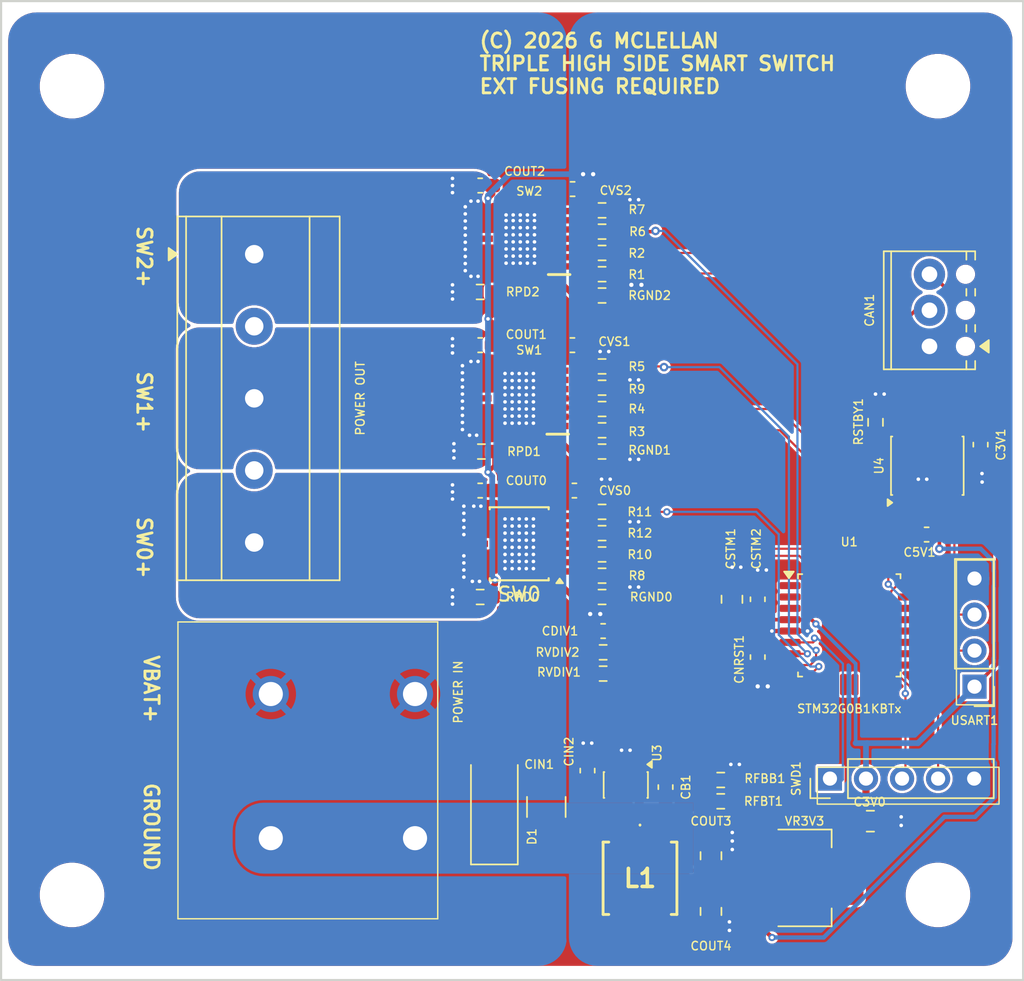
<source format=kicad_pcb>
(kicad_pcb (version 20241229) (generator "pcbnew") (generator_version "9.0")
  (layers (0 "F.Cu" signal) (2 "B.Cu" signal) (13 "F.Paste" user) (15 "B.Paste" user) (5 "F.SilkS" user "F.Silkscreen") (7 "B.SilkS" user "B.Silkscreen") (1 "F.Mask" user) (3 "B.Mask" user) (25 "Edge.Cuts" user))
  (net 0 "")
  (net 1 "GND")
  (net 2 "+3.3V")
  (net 3 "+12V")
  (net 4 "+5V")
  (net 5 "Net-(U4-STBY)")
  (net 6 "/SW1OUT")
  (net 7 "/SW1IS_PD")
  (net 8 "/SW1IN")
  (net 9 "/SW2OUT")
  (net 10 "/SW2IN")
  (net 11 "/SW1IS")
  (net 13 "/CAN1_RX")
  (net 14 "/USART1_RX")
  (net 16 "/VS")
  (net 19 "/CAN1_TX")
  (net 28 "/USART1_TX")
  (net 30 "/CAN_H")
  (net 31 "/CAN_L")
  (net 32 "/SWCLK")
  (net 33 "/SWDIO")
  (net 34 "/NRST")
  (net 35 "/SW2IS_PD")
  (net 36 "Net-(SW2-IN)")
  (net 37 "Net-(SW2-DEN)")
  (net 38 "Net-(SW1-IN)")
  (net 39 "Net-(SW1-DEN)")
  (net 40 "Net-(SW1-GND)")
  (net 41 "Net-(SW2-GND)")
  (net 50 "/SW2IS")
  (net 51 "/SW2DEN")
  (net 52 "/SW1DEN")
  (net 53 "/SW0OUT")
  (net 56 "Net-(SW0-IN)")
  (net 57 "/SW0IN")
  (net 58 "/SW0DEN")
  (net 59 "Net-(SW0-DEN)")
  (net 60 "/SW0IS")
  (net 61 "/SW0IS_PD")
  (net 62 "Net-(SW0-GND)")
  (net 67 "/CB")
  (net 68 "/SW")
  (net 69 "/FB")
  (footprint "TerminalBlock_Phoenix:TerminalBlock_Phoenix_MKDS-3-5-5.08_1x05_P5.08mm_Horizontal" (layer "F.Cu") (at 83.023639 46.04 -90)
    (property "Reference" "J3" (hide yes))
    (property "Value" "POWER OUT")
  )
  (footprint "Resistor_SMD:R_0603_1608Metric_Pad0.98x0.95mm_HandSolder" (layer "F.Cu") (at 107.528639 58.45 180)
    (property "Reference" "R3")
    (property "Value" "4K7" (hide yes))
  )
  (footprint "Resistor_SMD:R_0603_1608Metric_Pad0.98x0.95mm_HandSolder" (layer "F.Cu") (at 98.941139 70.2 180)
    (property "Reference" "RPD0")
    (property "Value" "47K" (hide yes))
  )
  (footprint "Capacitor_SMD:C_0603_1608Metric_Pad1.08x0.95mm_HandSolder" (layer "F.Cu") (at 105.453639 41.45)
    (property "Reference" "CVS2")
    (property "Value" "68n" (hide yes))
  )
  (footprint "Capacitor_SMD:C_0603_1608Metric_Pad1.08x0.95mm_HandSolder" (layer "F.Cu") (at 112 83.6 -90)
    (property "Reference" "CB1")
    (property "Value" "100n" (hide yes))
  )
  (footprint "Capacitor_SMD:C_0805_2012Metric_Pad1.18x1.45mm_HandSolder" (layer "F.Cu") (at 116.678639 70.3625 90)
    (property "Reference" "CSTM1")
    (property "Value" "4u7" (hide yes))
  )
  (footprint "Resistor_SMD:R_0603_1608Metric_Pad0.98x0.95mm_HandSolder" (layer "F.Cu") (at 107.603639 74.1)
    (property "Reference" "RVDIV2")
    (property "Value" "1K0" (hide yes))
  )
  (footprint "SamacSys_Parts:VP0265840000G" (layer "F.Cu") (at 84.191139 77.04 -90)
    (property "Reference" "J4" (hide yes))
    (property "Value" "POWER IN")
  )
  (footprint "Resistor_SMD:R_0603_1608Metric_Pad0.98x0.95mm_HandSolder" (layer "F.Cu") (at 115.8875 83.1 180)
    (property "Reference" "RFBB1")
    (property "Value" "22K1" (hide yes))
  )
  (footprint "Resistor_SMD:R_0603_1608Metric_Pad0.98x0.95mm_HandSolder" (layer "F.Cu") (at 107.528639 56.95 180)
    (property "Reference" "R4")
    (property "Value" "4K7" (hide yes))
  )
  (footprint "Capacitor_SMD:C_0603_1608Metric_Pad1.08x0.95mm_HandSolder" (layer "F.Cu") (at 98.941139 52.45)
    (property "Reference" "COUT1")
    (property "Value" "10n" (hide yes))
  )
  (footprint "Resistor_SMD:R_0603_1608Metric_Pad0.98x0.95mm_HandSolder" (layer "F.Cu") (at 99.028639 59.95 180)
    (property "Reference" "RPD1")
    (property "Value" "47K" (hide yes))
  )
  (footprint "Package_QFP:LQFP-32_7x7mm_P0.8mm" (layer "F.Cu") (at 124.941139 72.2)
    (property "Reference" "U1")
    (property "Value" "STM32G0B1KBTx")
  )
  (footprint "Capacitor_SMD:C_0603_1608Metric_Pad1.08x0.95mm_HandSolder" (layer "F.Cu") (at 118.491139 70.3625 90)
    (property "Reference" "CSTM2")
    (property "Value" "100n" (hide yes))
  )
  (footprint "Resistor_SMD:R_0603_1608Metric_Pad0.98x0.95mm_HandSolder" (layer "F.Cu") (at 107.603639 75.6 180)
    (property "Reference" "RVDIV1")
    (property "Value" "4K7" (hide yes))
  )
  (footprint "Capacitor_SMD:C_0603_1608Metric_Pad1.08x0.95mm_HandSolder" (layer "F.Cu") (at 107.603639 72.6 180)
    (property "Reference" "CDIV1")
    (property "Value" "100n" (hide yes))
  )
  (footprint "MountingHole:MountingHole_4.3mm_M4" (layer "F.Cu") (at 131.191139 91.2)
    (property "Reference" "H4" (hide yes))
    (property "Value" "M4 4.3mm" (hide yes))
  )
  (footprint "Capacitor_SMD:C_0603_1608Metric_Pad1.08x0.95mm_HandSolder" (layer "F.Cu") (at 106.5 82.4375 90)
    (property "Reference" "CIN2")
    (property "Value" "100n" (hide yes))
  )
  (footprint "Resistor_SMD:R_0603_1608Metric_Pad0.98x0.95mm_HandSolder" (layer "F.Cu") (at 107.528639 65.7 180)
    (property "Reference" "R12")
    (property "Value" "1K0" (hide yes))
  )
  (footprint "PCM_SparkFun-Semiconductor-Standard:SOT-223-3_TabPin2" (layer "F.Cu") (at 121.791139 90)
    (property "Reference" "VR3V3")
    (property "Value" "NCV1117ST33" (hide yes))
  )
  (footprint "Resistor_SMD:R_0603_1608Metric_Pad0.98x0.95mm_HandSolder" (layer "F.Cu") (at 126.791139 57.8875 -90)
    (property "Reference" "RSTBY1")
    (property "Value" "10K" (hide yes))
  )
  (footprint "Capacitor_SMD:C_0603_1608Metric_Pad1.08x0.95mm_HandSolder" (layer "F.Cu") (at 105.578639 62.7)
    (property "Reference" "CVS0")
    (property "Value" "68n" (hide yes))
  )
  (footprint "TerminalBlock_Phoenix:TerminalBlock_Phoenix_MPT-0,5-3-2.54_1x03_P2.54mm_Horizontal" (layer "F.Cu") (at 130.591139 52.535 90)
    (property "Reference" "CAN1")
    (property "Value" "G H L")
  )
  (footprint "Resistor_SMD:R_0603_1608Metric_Pad0.98x0.95mm_HandSolder" (layer "F.Cu") (at 107.528639 68.7 180)
    (property "Reference" "R8")
    (property "Value" "4K7" (hide yes))
  )
  (footprint "Resistor_SMD:R_0603_1608Metric_Pad0.98x0.95mm_HandSolder" (layer "F.Cu") (at 107.528639 64.2 180)
    (property "Reference" "R11")
    (property "Value" "10K" (hide yes))
  )
  (footprint "Resistor_SMD:R_0603_1608Metric_Pad0.98x0.95mm_HandSolder" (layer "F.Cu") (at 107.528639 70.2)
    (property "Reference" "RGND0")
    (property "Value" "47R" (hide yes))
  )
  (footprint "SamacSys_Parts:SRP5030HMT2R2M" (layer "F.Cu") (at 110.2 90.025 180)
    (property "Reference" "L1")
    (property "Value" "8.2 uH 55.2 mOhm" (hide yes))
  )
  (footprint "Capacitor_SMD:C_0603_1608Metric_Pad1.08x0.95mm_HandSolder" (layer "F.Cu") (at 118.491139 74.4375 -90)
    (property "Reference" "CNRST1")
    (property "Value" "100n" (hide yes))
  )
  (footprint "Resistor_SMD:R_0603_1608Metric_Pad0.98x0.95mm_HandSolder" (layer "F.Cu") (at 107.528639 42.95 180)
    (property "Reference" "R7")
    (property "Value" "1K0" (hide yes))
  )
  (footprint "MountingHole:MountingHole_4.3mm_M4" (layer "F.Cu") (at 70.191139 34.2)
    (property "Reference" "H1" (hide yes))
    (property "Value" "M4 4.3mm" (hide yes))
  )
  (footprint "SamacSys_Parts:SOP65P600X115-15N" (layer "F.Cu") (at 101.791139 44.95 180)
    (property "Reference" "SW2")
    (property "Value" "BTS7002-1EPP" (hide yes))
  )
  (footprint "Package_SO:SOIC-8_3.9x4.9mm_P1.27mm" (layer "F.Cu") (at 130.441139 60.95 90)
    (property "Reference" "U4")
    (property "Value" "MCP2562-E-SN" (hide yes))
  )
  (footprint "Resistor_SMD:R_0603_1608Metric_Pad0.98x0.95mm_HandSolder" (layer "F.Cu") (at 98.941139 48.7 180)
    (property "Reference" "RPD2")
    (property "Value" "47K" (hide yes))
  )
  (footprint "Connector_PinHeader_2.54mm:PinHeader_1x04_P2.54mm_Vertical" (layer "F.Cu") (at 133.764139 76.52 180)
    (property "Reference" "USART1")
    (property "Value" "3V3 TX RX GND")
  )
  (footprint "Resistor_SMD:R_0603_1608Metric_Pad0.98x0.95mm_HandSolder" (layer "F.Cu") (at 107.528639 44.45 180)
    (property "Reference" "R6")
    (property "Value" "10K" (hide yes))
  )
  (footprint "Capacitor_SMD:C_0603_1608Metric_Pad1.08x0.95mm_HandSolder" (layer "F.Cu") (at 134.191139 59.4625 -90)
    (property "Reference" "C3V1")
    (property "Value" "100n" (hide yes))
  )
  (footprint "Capacitor_SMD:C_0805_2012Metric_Pad1.18x1.45mm_HandSolder" (layer "F.Cu") (at 115.2 92.3625 -90)
    (property "Reference" "COUT4")
    (property "Value" "10u" (hide yes))
  )
  (footprint "Resistor_SMD:R_0603_1608Metric_Pad0.98x0.95mm_HandSolder" (layer "F.Cu") (at 107.528639 47.45 180)
    (property "Reference" "R1")
    (property "Value" "4K7" (hide yes))
  )
  (footprint "MountingHole:MountingHole_4.3mm_M4" (layer "F.Cu") (at 70.191139 91.2)
    (property "Reference" "H2" (hide yes))
    (property "Value" "M4 4.3mm" (hide yes))
  )
  (footprint "Diode_SMD:D_SMA_Handsoldering" (layer "F.Cu") (at 99.941139 84.54 90)
    (property "Reference" "D1")
    (property "Value" "33V" (hide yes))
  )
  (footprint "SamacSys_Parts:SOP65P600X115-15N" (layer "F.Cu") (at 101.691139 56.2 180)
    (property "Reference" "SW1")
    (property "Value" "BTS7002-1EPP" (hide yes))
  )
  (footprint "Package_SO:Infineon_PG-TSDSO-14-22" (layer "F.Cu") (at 101.691139 66.45 180)
    (property "Reference" "SW0")
    (property "Value" "BTS7002-1EPP")
  )
  (footprint "Resistor_SMD:R_0603_1608Metric_Pad0.98x0.95mm_HandSolder" (layer "F.Cu") (at 115.8875 84.6 180)
    (property "Reference" "RFBT1")
    (property "Value" "115K" (hide yes))
  )
  (footprint "Resistor_SMD:R_0603_1608Metric_Pad0.98x0.95mm_HandSolder" (layer "F.Cu") (at 107.528639 53.95 180)
    (property "Reference" "R5")
    (property "Value" "10K" (hide yes))
  )
  (footprint "Capacitor_SMD:C_0603_1608Metric_Pad1.08x0.95mm_HandSolder" (layer "F.Cu") (at 105.441139 52.45)
    (property "Reference" "CVS1")
    (property "Value" "68n" (hide yes))
  )
  (footprint "Resistor_SMD:R_0603_1608Metric_Pad0.98x0.95mm_HandSolder" (layer "F.Cu") (at 107.528639 67.2 180)
    (property "Reference" "R10")
    (property "Value" "4K7" (hide yes))
  )
  (footprint "Capacitor_SMD:C_0603_1608Metric_Pad1.08x0.95mm_HandSolder" (layer "F.Cu") (at 130.391139 65.8 180)
    (property "Reference" "C5V1")
    (property "Value" "100n" (hide yes))
  )
  (footprint "Resistor_SMD:R_0603_1608Metric_Pad0.98x0.95mm_HandSolder" (layer "F.Cu") (at 107.528639 48.95)
    (property "Reference" "RGND2")
    (property "Value" "47R" (hide yes))
  )
  (footprint "Capacitor_SMD:C_0603_1608Metric_Pad1.08x0.95mm_HandSolder" (layer "F.Cu") (at 98.941139 62.7)
    (property "Reference" "COUT0")
    (property "Value" "10n" (hide yes))
  )
  (footprint "MountingHole:MountingHole_4.3mm_M4" (layer "F.Cu") (at 131.191139 34.2)
    (property "Reference" "H3" (hide yes))
    (property "Value" "M4 4.3mm" (hide yes))
  )
  (footprint "Capacitor_SMD:C_0805_2012Metric_Pad1.18x1.45mm_HandSolder" (layer "F.Cu") (at 115.2 88.4375 90)
    (property "Reference" "COUT3")
    (property "Value" "10u" (hide yes))
  )
  (footprint "Resistor_SMD:R_0603_1608Metric_Pad0.98x0.95mm_HandSolder" (layer "F.Cu") (at 107.528639 45.95 180)
    (property "Reference" "R2")
    (property "Value" "4K7" (hide yes))
  )
  (footprint "Resistor_SMD:R_0603_1608Metric_Pad0.98x0.95mm_HandSolder" (layer "F.Cu") (at 107.528639 55.45 180)
    (property "Reference" "R9")
    (property "Value" "1K0" (hide yes))
  )
  (footprint "Capacitor_SMD:C_0805_2012Metric_Pad1.18x1.45mm_HandSolder" (layer "F.Cu") (at 126.428639 86)
    (property "Reference" "C3V0")
    (property "Value" "10u" (hide yes))
  )
  (footprint "Capacitor_SMD:C_1210_3225Metric_Pad1.33x2.70mm_HandSolder" (layer "F.Cu") (at 103.6 85 -90)
    (property "Reference" "CIN1")
    (property "Value" "10u" (hide yes))
  )
  (footprint "Resistor_SMD:R_0603_1608Metric_Pad0.98x0.95mm_HandSolder" (layer "F.Cu") (at 107.528639 59.95)
    (property "Reference" "RGND1")
    (property "Value" "47R" (hide yes))
  )
  (footprint "Connector_PinHeader_2.54mm:PinHeader_1x05_P2.54mm_Vertical" (layer "F.Cu") (at 123.58 83 90)
    (property "Reference" "SWD1")
    (property "Value" "RST 3V3 CLK DIO GND")
  )
  (footprint "Capacitor_SMD:C_0603_1608Metric_Pad1.08x0.95mm_HandSolder" (layer "F.Cu") (at 98.941139 41.2)
    (property "Reference" "COUT2")
    (property "Value" "10n" (hide yes))
  )
  (footprint "Package_TO_SOT_SMD:SOT-23-6" (layer "F.Cu") (at 109.2 83.45 -90)
    (property "Reference" "U3")
    (property "Value" "LMR54410" (hide yes))
  )
  (gr_rect (start 122.691139 82.2) (end 135.491139 84.8) (stroke (width 0.1)) (fill no) (layer "F.SilkS"))
  (gr_rect (start 132.491139 67.6) (end 135.091139 77.8) (stroke (width 0.1)) (fill no) (layer "F.SilkS"))
  (gr_rect (start 65.191139 28.2) (end 137.191139 97.2) (stroke (width 0.1524)) (fill no) (layer "Edge.Cuts"))
  (gr_text "SW2+" (at 74.691139 43.95 270) (layer "F.SilkS") (effects (font (size 1 1) (thickness 0.2) (bold yes)) (justify left bottom)))
  (gr_text "SW1+" (at 74.691139 54.2 270) (layer "F.SilkS") (effects (font (size 1 1) (thickness 0.2) (bold yes)) (justify left bottom)))
  (gr_text "GROUND" (at 75.191139 83.2 270) (layer "F.SilkS") (effects (font (size 1 1) (thickness 0.2) (bold yes)) (justify left bottom)))
  (gr_text "VBAT+" (at 75.191139 74.2 270) (layer "F.SilkS") (effects (font (size 1 1) (thickness 0.2) (bold yes)) (justify left bottom)))
  (gr_text "(C) 2026 G MCLELLAN\nTRIPLE HIGH SIDE SMART SWITCH\nEXT FUSING REQUIRED" (at 98.791139 34.8 0) (layer "F.SilkS") (effects (font (size 1 1) (thickness 0.2) (bold yes)) (justify left bottom)))
  (gr_text "SW0+" (at 74.691139 64.45 270) (layer "F.SilkS") (effects (font (size 1 1) (thickness 0.2) (bold yes)) (justify left bottom)))
  (segment (start 84.191139 87.2) (end 94.351139 87.2) (width 2) (layer "F.Cu") (net 1))
  (segment (start 109.491139 42.2) (end 110.1 42.2) (width 0.406) (layer "F.Cu") (net 1))
  (segment (start 109.491139 54.9) (end 110.1 54.9) (width 0.406) (layer "F.Cu") (net 1))
  (segment (start 120.766139 72.6) (end 119.491139 72.6) (width 0.305) (layer "F.Cu") (net 1))
  (segment (start 118.491139 69.5) (end 118.491139 68.3) (width 0.254) (layer "F.Cu") (net 1))
  (segment (start 102.9225 87.04) (end 103.4 86.5625) (width 1.25) (layer "F.Cu") (net 1))
  (segment (start 129.806139 64.485) (end 129.806139 63.425) (width 0.254) (layer "F.Cu") (net 1))
  (segment (start 108.441139 59.95) (end 108.941139 59.95) (width 0.406) (layer "F.Cu") (net 1))
  (segment (start 116.6 82) (end 116.8 82) (width 0.406) (layer "F.Cu") (net 1))
  (segment (start 109.491139 69.5) (end 110.1 69.5) (width 0.406) (layer "F.Cu") (net 1))
  (segment (start 109.2 82.3125) (end 109.2 81) (width 0.406) (layer "F.Cu") (net 1))
  (segment (start 99.991139 69) (end 99.991139 69.3) (width 0.406) (layer "F.Cu") (net 1))
  (segment (start 106.191139 40.4) (end 106.9 40.4) (width 0.406) (layer "F.Cu") (net 1))
  (segment (start 116.8 82) (end 117.2 82) (width 0.406) (layer "F.Cu") (net 1))
  (segment (start 109.591139 48.2) (end 110.3 48.2) (width 0.406) (layer "F.Cu") (net 1))
  (segment (start 134.291139 62.091139) (end 134.3 62.1) (width 0.254) (layer "F.Cu") (net 1))
  (segment (start 134.291139 61.5) (end 134.291139 60.425) (width 0.254) (layer "F.Cu") (net 1))
  (segment (start 99.791139 50.9) (end 99.791139 52.4375) (width 0.406) (layer "F.Cu") (net 1))
  (segment (start 116.678639 69.325) (end 116.678639 68.1125) (width 0.254) (layer "F.Cu") (net 1))
  (segment (start 129.806139 61.9) (end 130.4 61.9) (width 0.305) (layer "F.Cu") (net 1))
  (segment (start 109.491139 64.9) (end 110.1 64.9) (width 0.406) (layer "F.Cu") (net 1))
  (segment (start 108.941139 55.45) (end 109.491139 54.9) (width 0.406) (layer "F.Cu") (net 1))
  (segment (start 107.391139 52.9) (end 108 52.9) (width 0.406) (layer "F.Cu") (net 1))
  (segment (start 129.806139 61.9) (end 129.806139 63.425) (width 0.305) (layer "F.Cu") (net 1))
  (segment (start 99.941139 87.04) (end 97.441139 87.04) (width 1.25) (layer "F.Cu") (net 1))
  (segment (start 99.491139 50.6) (end 99.853639 50.2375) (width 0.406) (layer "F.Cu") (net 1))
  (segment (start 106.691139 62.7) (end 107.491139 61.9) (width 0.406) (layer "F.Cu") (net 1))
  (segment (start 118.491139 76.5) (end 119.2 76.5) (width 0.254) (layer "F.Cu") (net 1))
  (segment (start 99.491139 50.6) (end 99.791139 50.9) (width 0.406) (layer "F.Cu") (net 1))
  (segment (start 119.1 68.3) (end 118.491139 68.3) (width 0.254) (layer "F.Cu") (net 1))
  (segment (start 109.2 81) (end 109.5 81) (width 0.406) (layer "F.Cu") (net 1))
  (segment (start 99.941139 59.95) (end 99.941139 60.95) (width 0.305) (layer "F.Cu") (net 1))
  (segment (start 108.941139 59.95) (end 109.491139 60.5) (width 0.406) (layer "F.Cu") (net 1))
  (segment (start 116.678639 68.1125) (end 116.691139 68.1) (width 0.254) (layer "F.Cu") (net 1))
  (segment (start 134.291139 61.5) (end 134.291139 62.091139) (width 0.254) (layer "F.Cu") (net 1))
  (segment (start 116.5 93.4) (end 116.5 93.1) (width 0.406) (layer "F.Cu") (net 1))
  (segment (start 109.491139 60.5) (end 110.1 60.5) (width 0.406) (layer "F.Cu") (net 1))
  (segment (start 107.491139 61.9) (end 108.1 61.9) (width 0.406) (layer "F.Cu") (net 1))
  (segment (start 106.691139 71.4) (end 107.4 71.4) (width 0.305) (layer "F.Cu") (net 1))
  (segment (start 106.941139 52.45) (end 107.391139 52.9) (width 0.406) (layer "F.Cu") (net 1))
  (segment (start 97.441139 87.04) (end 94.511139 87.04) (width 1.25) (layer "F.Cu") (net 1))
  (segment (start 99.491139 61.4) (end 99.791139 61.7) (width 0.305) (layer "F.Cu") (net 1))
  (segment (start 118.491139 75.3) (end 118.491139 76.5) (width 0.254) (layer "F.Cu") (net 1))
  (segment (start 126.791139 56.975) (end 126.791139 55.9) (width 0.254) (layer "F.Cu") (net 1))
  (segment (start 99.853639 50.2375) (end 99.853639 48.7) (width 0.406) (layer "F.Cu") (net 1))
  (segment (start 99.791139 69.5) (end 99.791139 70.1375) (width 0.406) (layer "F.Cu") (net 1))
  (segment (start 128.6 86.3) (end 128.6 86) (width 0.406) (layer "F.Cu") (net 1))
  (segment (start 108.791139 70.2) (end 109.491139 69.5) (width 0.406) (layer "F.Cu") (net 1))
  (segment (start 99.803639 41.7875) (end 99.491139 42.1) (width 0.406) (layer "F.Cu") (net 1))
  (segment (start 129.528639 65.8) (end 129.528639 64.7625) (width 0.254) (layer "F.Cu") (net 1))
  (segment (start 106.741139 72.6) (end 106.741139 71.45) (width 0.305) (layer "F.Cu") (net 1))
  (segment (start 108.691139 65.7) (end 109.491139 64.9) (width 0.406) (layer "F.Cu") (net 1))
  (segment (start 117.3 68.1) (end 116.691139 68.1) (width 0.254) (layer "F.Cu") (net 1))
  (segment (start 116.7 88) (end 116.7 87.4) (width 0.406) (layer "F.Cu") (net 1))
  (segment (start 106.5 80.5) (end 106.8 80.5) (width 0.406) (layer "F.Cu") (net 1))
  (segment (start 109.591139 48.4) (end 109.041139 48.95) (width 0.406) (layer "F.Cu") (net 1))
  (segment (start 108.441139 70.2) (end 108.791139 70.2) (width 0.406) (layer "F.Cu") (net 1))
  (segment (start 129.528639 64.7625) (end 129.806139 64.485) (width 0.254) (layer "F.Cu") (net 1))
  (segment (start 116.7 86.8) (end 116.7 87.4) (width 0.406) (layer "F.Cu") (net 1))
  (segment (start 108.441139 55.45) (end 108.941139 55.45) (width 0.406) (layer "F.Cu") (net 1))
  (segment (start 109.591139 48.2) (end 109.591139 48.4) (width 0.406) (layer "F.Cu") (net 1))
  (segment (start 106.5 81.575) (end 106.5 80.5) (width 0.406) (layer "F.Cu") (net 1))
  (segment (start 106.303639 52.45) (end 106.941139 52.45) (width 0.406) (layer "F.Cu") (net 1))
  (segment (start 115.2 93.4) (end 116.5 93.4) (width 0.406) (layer "F.Cu") (net 1))
  (segment (start 99.941139 60.95) (end 99.491139 61.4) (width 0.305) (layer "F.Cu") (net 1))
  (segment (start 106.691139 74.1) (end 106.691139 72.65) (width 0.305) (layer "F.Cu") (net 1))
  (segment (start 99.941139 87.04) (end 102.9225 87.04) (width 1.25) (layer "F.Cu") (net 1))
  (segment (start 116.5 93.7) (end 116.5 93.4) (width 0.406) (layer "F.Cu") (net 1))
  (segment (start 116.8 83.1) (end 116.8 82) (width 0.406) (layer "F.Cu") (net 1))
  (segment (start 128.6 86) (end 128.6 85.7) (width 0.406) (layer "F.Cu") (net 1))
  (segment (start 115.2 87.4) (end 118.341139 87.4) (width 0.406) (layer "F.Cu") (net 1))
  (segment (start 106.2 80.5) (end 106.5 80.5) (width 0.406) (layer "F.Cu") (net 1))
  (segment (start 99.791139 61.7) (end 99.791139 62.6875) (width 0.305) (layer "F.Cu") (net 1))
  (segment (start 106.191139 40.4) (end 106.191139 41.475) (width 0.406) (layer "F.Cu") (net 1))
  (segment (start 126.791139 55.9) (end 127.4 55.9) (width 0.254) (layer "F.Cu") (net 1))
  (segment (start 106.741139 71.45) (end 106.691139 71.4) (width 0.305) (layer "F.Cu") (net 1))
  (segment (start 109.041139 48.95) (end 108.441139 48.95) (width 0.406) (layer "F.Cu") (net 1))
  (segment (start 122 72.6) (end 120.766139 72.6) (width 0.305) (layer "F.Cu") (net 1))
  (segment (start 108.9 81) (end 109.2 81) (width 0.406) (layer "F.Cu") (net 1))
  (segment (start 109.191139 42.2) (end 108.441139 42.95) (width 0.406) (layer "F.Cu") (net 1))
  (segment (start 127.466139 86) (end 128.6 86) (width 0.406) (layer "F.Cu") (net 1))
  (segment (start 99.991139 69.3) (end 99.791139 69.5) (width 0.406) (layer "F.Cu") (net 1))
  (segment (start 99.803639 41.2) (end 99.803639 41.7875) (width 0.406) (layer "F.Cu") (net 1))
  (segment (start 109.491139 42.2) (end 109.191139 42.2) (width 0.406) (layer "F.Cu") (net 1))
  (via (at 106.8 80.5) (size 0.508) (drill 0.254) (layers "F.Cu" "B.Cu") (net 1))
  (via (at 116.7 88) (size 0.508) (drill 0.254) (layers "F.Cu" "B.Cu") (net 1))
  (via (at 118.491139 68.3) (size 0.508) (drill 0.254) (layers "F.Cu" "B.Cu") (net 1))
  (via (at 107.4 71.4) (size 0.6) (drill 0.3) (layers "F.Cu" "B.Cu") (net 1))
  (via (at 128.6 85.7) (size 0.508) (drill 0.254) (layers "F.Cu" "B.Cu") (net 1))
  (via (at 116.6 82) (size 0.508) (drill 0.254) (layers "F.Cu" "B.Cu") (net 1))
  (via (at 106.2 80.5) (size 0.508) (drill 0.254) (layers "F.Cu" "B.Cu") (net 1))
  (via (at 99.491139 42.1) (size 0.508) (drill 0.254) (layers "F.Cu" "B.Cu") (net 1))
  (via (at 116.7 87.4) (size 0.508) (drill 0.254) (layers "F.Cu" "B.Cu") (net 1))
  (via (at 110.1 64.9) (size 0.508) (drill 0.254) (layers "F.Cu" "B.Cu") (net 1))
  (via (at 128.6 86.3) (size 0.508) (drill 0.254) (layers "F.Cu" "B.Cu") (net 1))
  (via (at 109.5 81) (size 0.508) (drill 0.254) (layers "F.Cu" "B.Cu") (net 1))
  (via (at 99.991139 69) (size 0.508) (drill 0.254) (layers "F.Cu" "B.Cu") (net 1))
  (via (at 130.4 61.9) (size 0.508) (drill 0.254) (layers "F.Cu" "B.Cu") (net 1))
  (via (at 108.1 61.9) (size 0.508) (drill 0.254) (layers "F.Cu" "B.Cu") (net 1))
  (via (at 108.9 81) (size 0.508) (drill 0.254) (layers "F.Cu" "B.Cu") (net 1))
  (via (at 106.191139 40.4) (size 0.6) (drill 0.3) (layers "F.Cu" "B.Cu") (net 1))
  (via (at 110.1 42.2) (size 0.508) (drill 0.254) (layers "F.Cu" "B.Cu") (net 1))
  (via (at 119.1 68.3) (size 0.508) (drill 0.254) (layers "F.Cu" "B.Cu") (net 1))
  (via (at 119.491139 72.6) (size 0.508) (drill 0.254) (layers "F.Cu" "B.Cu") (net 1))
  (via (at 110.1 54.9) (size 0.508) (drill 0.254) (layers "F.Cu" "B.Cu") (net 1))
  (via (at 122 72.6) (size 0.508) (drill 0.254) (layers "F.Cu" "B.Cu") (net 1))
  (via (at 118.491139 76.5) (size 0.6) (drill 0.3) (layers "F.Cu" "B.Cu") (net 1))
  (via (at 116.5 93.1) (size 0.508) (drill 0.254) (layers "F.Cu" "B.Cu") (net 1))
  (via (at 109.491139 69.5) (size 0.508) (drill 0.254) (layers "F.Cu" "B.Cu") (net 1))
  (via (at 107.491139 61.9) (size 0.508) (drill 0.254) (layers "F.Cu" "B.Cu") (net 1))
  (via (at 99.491139 50.6) (size 0.508) (drill 0.254) (layers "F.Cu" "B.Cu") (net 1))
  (via (at 116.7 86.8) (size 0.508) (drill 0.254) (layers "F.Cu" "B.Cu") (net 1))
  (via (at 110.1 69.5) (size 0.508) (drill 0.254) (layers "F.Cu" "B.Cu") (net 1))
  (via (at 108 52.9) (size 0.508) (drill 0.254) (layers "F.Cu" "B.Cu") (net 1))
  (via (at 107.391139 52.9) (size 0.508) (drill 0.254) (layers "F.Cu" "B.Cu") (net 1))
  (via (at 106.691139 71.4) (size 0.6) (drill 0.3) (layers "F.Cu" "B.Cu") (net 1))
  (via (at 134.3 62.1) (size 0.508) (drill 0.254) (layers "F.Cu" "B.Cu") (net 1))
  (via (at 109.491139 64.9) (size 0.508) (drill 0.254) (layers "F.Cu" "B.Cu") (net 1))
  (via (at 117.3 68.1) (size 0.508) (drill 0.254) (layers "F.Cu" "B.Cu") (net 1))
  (via (at 119.2 76.5) (size 0.6) (drill 0.3) (layers "F.Cu" "B.Cu") (net 1))
  (via (at 99.491139 61.4) (size 0.508) (drill 0.254) (layers "F.Cu" "B.Cu") (net 1))
  (via (at 134.291139 61.5) (size 0.508) (drill 0.254) (layers "F.Cu" "B.Cu") (net 1))
  (via (at 117.2 82) (size 0.508) (drill 0.254) (layers "F.Cu" "B.Cu") (net 1))
  (via (at 106.9 40.4) (size 0.6) (drill 0.3) (layers "F.Cu" "B.Cu") (net 1))
  (via (at 126.791139 55.9) (size 0.508) (drill 0.254) (layers "F.Cu" "B.Cu") (net 1))
  (via (at 110.3 48.2) (size 0.6) (drill 0.3) (layers "F.Cu" "B.Cu") (net 1))
  (via (at 109.591139 48.2) (size 0.6) (drill 0.3) (layers "F.Cu" "B.Cu") (net 1))
  (via (at 116.691139 68.1) (size 0.508) (drill 0.254) (layers "F.Cu" "B.Cu") (net 1))
  (via (at 109.491139 54.9) (size 0.508) (drill 0.254) (layers "F.Cu" "B.Cu") (net 1))
  (via (at 129.806139 61.9) (size 0.508) (drill 0.254) (layers "F.Cu" "B.Cu") (net 1))
  (via (at 127.4 55.9) (size 0.508) (drill 0.254) (layers "F.Cu" "B.Cu") (net 1))
  (via (at 110.1 60.5) (size 0.508) (drill 0.254) (layers "F.Cu" "B.Cu") (net 1))
  (via (at 116.5 93.7) (size 0.508) (drill 0.254) (layers "F.Cu" "B.Cu") (net 1))
  (via (at 109.491139 60.5) (size 0.508) (drill 0.254) (layers "F.Cu" "B.Cu") (net 1))
  (via (at 109.491139 42.2) (size 0.508) (drill 0.254) (layers "F.Cu" "B.Cu") (net 1))
  (segment (start 99.791139 68.8) (end 99.791139 61.7) (width 0.406) (layer "B.Cu") (net 1))
  (segment (start 99.491139 61.4) (end 99.491139 50.6) (width 0.406) (layer "B.Cu") (net 1))
  (segment (start 99.991139 69) (end 99.791139 68.8) (width 0.406) (layer "B.Cu") (net 1))
  (segment (start 99.491139 41.9) (end 100.991139 40.4) (width 0.406) (layer "B.Cu") (net 1))
  (segment (start 99.491139 42.1) (end 99.491139 41.9) (width 0.406) (layer "B.Cu") (net 1))
  (segment (start 99.491139 50.6) (end 99.491139 42.1) (width 0.406) (layer "B.Cu") (net 1))
  (segment (start 99.791139 61.7) (end 99.491139 61.4) (width 0.406) (layer "B.Cu") (net 1))
  (segment (start 100.991139 40.4) (end 106.191139 40.4) (width 0.406) (layer "B.Cu") (net 1))
  (segment (start 119.691139 71.8) (end 119.116139 71.225) (width 0.254) (layer "F.Cu") (net 2))
  (segment (start 120.766139 71.8) (end 122.291139 71.8) (width 0.254) (layer "F.Cu") (net 2))
  (segment (start 120.766139 71.8) (end 119.691139 71.8) (width 0.254) (layer "F.Cu") (net 2))
  (segment (start 135.391139 59.2) (end 135.391139 74.893) (width 0.254) (layer "F.Cu") (net 2))
  (segment (start 124.941139 90) (end 124.941139 86.45) (width 0.508) (layer "F.Cu") (net 2))
  (segment (start 134.791139 58.6) (end 135.391139 59.2) (width 0.254) (layer "F.Cu") (net 2))
  (segment (start 134.191139 58.6) (end 134.791139 58.6) (width 0.254) (layer "F.Cu") (net 2))
  (segment (start 134.191139 58.6) (end 132.471139 58.6) (width 0.254) (layer "F.Cu") (net 2))
  (segment (start 126.12 84.105139) (end 126.12 83) (width 0.508) (layer "F.Cu") (net 2))
  (segment (start 118.641139 90) (end 124.941139 90) (width 0.8128) (layer "F.Cu") (net 2))
  (segment (start 125.391139 86) (end 125.391139 84.834) (width 0.508) (layer "F.Cu") (net 2))
  (segment (start 124.941139 86.45) (end 125.391139 86) (width 0.508) (layer "F.Cu") (net 2))
  (segment (start 122.291139 71.8) (end 122.591139 72.1) (width 0.254) (layer "F.Cu") (net 2))
  (segment (start 125.391139 84.834) (end 126.12 84.105139) (width 0.508) (layer "F.Cu") (net 2))
  (segment (start 118.491139 71.225) (end 116.853639 71.225) (width 0.254) (layer "F.Cu") (net 2))
  (segment (start 119.116139 71.225) (end 118.491139 71.225) (width 0.254) (layer "F.Cu") (net 2))
  (segment (start 135.391139 74.893) (end 133.764139 76.52) (width 0.254) (layer "F.Cu") (net 2))
  (via (at 122.591139 72.1) (size 0.508) (drill 0.254) (layers "F.Cu" "B.Cu") (net 2))
  (segment (start 129.784139 80.5) (end 126.2 80.5) (width 0.406) (layer "B.Cu") (net 2))
  (segment (start 122.591139 72.1) (end 125.391139 74.9) (width 0.254) (layer "B.Cu") (net 2))
  (segment (start 126.12 83) (end 126.12 80.58) (width 0.406) (layer "B.Cu") (net 2))
  (segment (start 125.391139 74.9) (end 125.391139 80.5) (width 0.254) (layer "B.Cu") (net 2))
  (segment (start 126.12 80.58) (end 126.2 80.5) (width 0.406) (layer "B.Cu") (net 2))
  (segment (start 126.2 80.5) (end 125.391139 80.5) (width 0.406) (layer "B.Cu") (net 2))
  (segment (start 133.764139 76.52) (end 129.784139 80.5) (width 0.406) (layer "B.Cu") (net 2))
  (via (at 100.691139 64.7) (size 0.508) (drill 0.254) (layers "F.Cu" "B.Cu") (net 3))
  (via (at 101.191139 55.95) (size 0.508) (drill 0.254) (layers "F.Cu" "B.Cu") (net 3))
  (via (at 101.191139 56.95) (size 0.508) (drill 0.254) (layers "F.Cu" "B.Cu") (net 3))
  (via (at 102.26617 46.172725) (size 0.508) (drill 0.254) (layers "F.Cu" "B.Cu") (net 3))
  (via (at 100.76617 44.672725) (size 0.508) (drill 0.254) (layers "F.Cu" "B.Cu") (net 3))
  (via (at 102.191139 54.45) (size 0.508) (drill 0.254) (layers "F.Cu" "B.Cu") (net 3))
  (via (at 102.191139 55.45) (size 0.508) (drill 0.254) (layers "F.Cu" "B.Cu") (net 3))
  (via (at 102.191139 65.7) (size 0.508) (drill 0.254) (layers "F.Cu" "B.Cu") (net 3))
  (via (at 101.191139 65.7) (size 0.508) (drill 0.254) (layers "F.Cu" "B.Cu") (net 3))
  (via (at 102.26617 44.672725) (size 0.508) (drill 0.254) (layers "F.Cu" "B.Cu") (net 3))
  (via (at 101.191139 56.45) (size 0.508) (drill 0.254) (layers "F.Cu" "B.Cu") (net 3))
  (via (at 101.76617 44.672725) (size 0.508) (drill 0.254) (layers "F.Cu" "B.Cu") (net 3))
  (via (at 101.691139 55.95) (size 0.508) (drill 0.254) (layers "F.Cu" "B.Cu") (net 3))
  (via (at 101.691139 56.45) (size 0.508) (drill 0.254) (layers "F.Cu" "B.Cu") (net 3))
  (via (at 102.191139 66.7) (size 0.508) (drill 0.254) (layers "F.Cu" "B.Cu") (net 3))
  (via (at 100.691139 56.45) (size 0.508) (drill 0.254) (layers "F.Cu" "B.Cu") (net 3))
  (via (at 102.76617 46.672725) (size 0.508) (drill 0.254) (layers "F.Cu" "B.Cu") (net 3))
  (via (at 102.191139 67.7) (size 0.508) (drill 0.254) (layers "F.Cu" "B.Cu") (net 3))
  (via (at 102.26617 44.172725) (size 0.508) (drill 0.254) (layers "F.Cu" "B.Cu") (net 3))
  (via (at 102.691139 54.45) (size 0.508) (drill 0.254) (layers "F.Cu" "B.Cu") (net 3))
  (via (at 101.691139 64.7) (size 0.508) (drill 0.254) (layers "F.Cu" "B.Cu") (net 3))
  (via (at 102.26617 45.672725) (size 0.508) (drill 0.254) (layers "F.Cu" "B.Cu") (net 3))
  (via (at 100.76617 46.672725) (size 0.508) (drill 0.254) (layers "F.Cu" "B.Cu") (net 3))
  (via (at 101.191139 66.2) (size 0.508) (drill 0.254) (layers "F.Cu" "B.Cu") (net 3))
  (via (at 101.76617 44.172725) (size 0.508) (drill 0.254) (layers "F.Cu" "B.Cu") (net 3))
  (via (at 101.691139 67.7) (size 0.508) (drill 0.254) (layers "F.Cu" "B.Cu") (net 3))
  (via (at 100.76617 45.672725) (size 0.508) (drill 0.254) (layers "F.Cu" "B.Cu") (net 3))
  (via (at 101.26617 45.672725) (size 0.508) (drill 0.254) (layers "F.Cu" "B.Cu") (net 3))
  (via (at 102.76617 43.272725) (size 0.508) (drill 0.254) (layers "F.Cu" "B.Cu") (net 3))
  (via (at 102.691139 57.45) (size 0.508) (drill 0.254) (layers "F.Cu" "B.Cu") (net 3))
  (via (at 102.691139 66.2) (size 0.508) (drill 0.254) (layers "F.Cu" "B.Cu") (net 3))
  (via (at 102.191139 54.95) (size 0.508) (drill 0.254) (layers "F.Cu" "B.Cu") (net 3))
  (via (at 100.691139 66.2) (size 0.508) (drill 0.254) (layers "F.Cu" "B.Cu") (net 3))
  (via (at 102.191139 66.2) (size 0.508) (drill 0.254) (layers "F.Cu" "B.Cu") (net 3))
  (via (at 100.691139 55.45) (size 0.508) (drill 0.254) (layers "F.Cu" "B.Cu") (net 3))
  (via (at 100.691139 65.2) (size 0.508) (drill 0.254) (layers "F.Cu" "B.Cu") (net 3))
  (via (at 100.76617 44.172725) (size 0.508) (drill 0.254) (layers "F.Cu" "B.Cu") (net 3))
  (via (at 100.76617 43.272725) (size 0.508) (drill 0.254) (layers "F.Cu" "B.Cu") (net 3))
  (via (at 101.691139 66.2) (size 0.508) (drill 0.254) (layers "F.Cu" "B.Cu") (net 3))
  (via (at 101.191139 55.45) (size 0.508) (drill 0.254) (layers "F.Cu" "B.Cu") (net 3))
  (via (at 102.691139 55.95) (size 0.508) (drill 0.254) (layers "F.Cu" "B.Cu") (net 3))
  (via (at 102.691139 57.95) (size 0.508) (drill 0.254) (layers "F.Cu" "B.Cu") (net 3))
  (via (at 102.691139 65.2) (size 0.508) (drill 0.254) (layers "F.Cu" "B.Cu") (net 3))
  (via (at 102.691139 56.95) (size 0.508) (drill 0.254) (layers "F.Cu" "B.Cu") (net 3))
  (via (at 100.76617 46.172725) (size 0.508) (drill 0.254) (layers "F.Cu" "B.Cu") (net 3))
  (via (at 102.191139 57.95) (size 0.508) (drill 0.254) (layers "F.Cu" "B.Cu") (net 3))
  (via (at 102.76617 45.172725) (size 0.508) (drill 0.254) (layers "F.Cu" "B.Cu") (net 3))
  (via (at 102.691139 67.7) (size 0.508) (drill 0.254) (layers "F.Cu" "B.Cu") (net 3))
  (via (at 102.691139 66.7) (size 0.508) (drill 0.254) (layers "F.Cu" "B.Cu") (net 3))
  (via (at 100.691139 57.45) (size 0.508) (drill 0.254) (layers "F.Cu" "B.Cu") (net 3))
  (via (at 101.191139 57.95) (size 0.508) (drill 0.254) (layers "F.Cu" "B.Cu") (net 3))
  (via (at 101.76617 43.272725) (size 0.508) (drill 0.254) (layers "F.Cu" "B.Cu") (net 3))
  (via (at 101.191139 64.7) (size 0.508) (drill 0.254) (layers "F.Cu" "B.Cu") (net 3))
  (via (at 101.26617 45.172725) (size 0.508) (drill 0.254) (layers "F.Cu" "B.Cu") (net 3))
  (via (at 101.691139 54.95) (size 0.508) (drill 0.254) (layers "F.Cu" "B.Cu") (net 3))
  (via (at 100.691139 54.95) (size 0.508) (drill 0.254) (layers "F.Cu" "B.Cu") (net 3))
  (via (at 101.26617 46.672725) (size 0.508) (drill 0.254) (layers "F.Cu" "B.Cu") (net 3))
  (via (at 102.26617 45.172725) (size 0.508) (drill 0.254) (layers "F.Cu" "B.Cu") (net 3))
  (via (at 101.691139 54.45) (size 0.508) (drill 0.254) (layers "F.Cu" "B.Cu") (net 3))
  (via (at 101.26617 44.672725) (size 0.508) (drill 0.254) (layers "F.Cu" "B.Cu") (net 3))
  (via (at 101.26617 44.172725) (size 0.508) (drill 0.254) (layers "F.Cu" "B.Cu") (net 3))
  (via (at 102.191139 55.95) (size 0.508) (drill 0.254) (layers "F.Cu" "B.Cu") (net 3))
  (via (at 100.691139 67.2) (size 0.508) (drill 0.254) (layers "F.Cu" "B.Cu") (net 3))
  (via (at 101.691139 57.95) (size 0.508) (drill 0.254) (layers "F.Cu" "B.Cu") (net 3))
  (via (at 101.691139 55.45) (size 0.508) (drill 0.254) (layers "F.Cu" "B.Cu") (net 3))
  (via (at 101.691139 67.2) (size 0.508) (drill 0.254) (layers "F.Cu" "B.Cu") (net 3))
  (via (at 102.191139 56.95) (size 0.508) (drill 0.254) (layers "F.Cu" "B.Cu") (net 3))
  (via (at 100.691139 55.95) (size 0.508) (drill 0.254) (layers "F.Cu" "B.Cu") (net 3))
  (via (at 102.691139 65.7) (size 0.508) (drill 0.254) (layers "F.Cu" "B.Cu") (net 3))
  (via (at 101.691139 65.7) (size 0.508) (drill 0.254) (layers "F.Cu" "B.Cu") (net 3))
  (via (at 102.691139 55.45) (size 0.508) (drill 0.254) (layers "F.Cu" "B.Cu") (net 3))
  (via (at 102.191139 56.45) (size 0.508) (drill 0.254) (layers "F.Cu" "B.Cu") (net 3))
  (via (at 102.76617 45.672725) (size 0.508) (drill 0.254) (layers "F.Cu" "B.Cu") (net 3))
  (via (at 100.691139 56.95) (size 0.508) (drill 0.254) (layers "F.Cu" "B.Cu") (net 3))
  (via (at 102.691139 64.7) (size 0.508) (drill 0.254) (layers "F.Cu" "B.Cu") (net 3))
  (via (at 101.76617 45.672725) (size 0.508) (drill 0.254) (layers "F.Cu" "B.Cu") (net 3))
  (via (at 102.76617 43.672725) (size 0.508) (drill 0.254) (layers "F.Cu" "B.Cu") (net 3))
  (via (at 102.691139 67.2) (size 0.508) (drill 0.254) (layers "F.Cu" "B.Cu") (net 3))
  (via (at 101.691139 56.95) (size 0.508) (drill 0.254) (layers "F.Cu" "B.Cu") (net 3))
  (via (at 102.191139 64.7) (size 0.508) (drill 0.254) (layers "F.Cu" "B.Cu") (net 3))
  (via (at 102.26617 43.272725) (size 0.508) (drill 0.254) (layers "F.Cu" "B.Cu") (net 3))
  (via (at 100.691139 66.7) (size 0.508) (drill 0.254) (layers "F.Cu" "B.Cu") (net 3))
  (via (at 101.76617 43.672725) (size 0.508) (drill 0.254) (layers "F.Cu" "B.Cu") (net 3))
  (via (at 102.26617 43.672725) (size 0.508) (drill 0.254) (layers "F.Cu" "B.Cu") (net 3))
  (via (at 100.691139 68.2) (size 0.508) (drill 0.254) (layers "F.Cu" "B.Cu") (net 3))
  (via (at 100.76617 45.172725) (size 0.508) (drill 0.254) (layers "F.Cu" "B.Cu") (net 3))
  (via (at 101.26617 43.272725) (size 0.508) (drill 0.254) (layers "F.Cu" "B.Cu") (net 3))
  (via (at 101.191139 54.45) (size 0.508) (drill 0.254) (layers "F.Cu" "B.Cu") (net 3))
  (via (at 101.191139 54.95) (size 0.508) (drill 0.254) (layers "F.Cu" "B.Cu") (net 3))
  (via (at 101.191139 67.7) (size 0.508) (drill 0.254) (layers "F.Cu" "B.Cu") (net 3))
  (via (at 102.191139 65.2) (size 0.508) (drill 0.254) (layers "F.Cu" "B.Cu") (net 3))
  (via (at 101.191139 66.7) (size 0.508) (drill 0.254) (layers "F.Cu" "B.Cu") (net 3))
  (via (at 101.191139 65.2) (size 0.508) (drill 0.254) (layers "F.Cu" "B.Cu") (net 3))
  (via (at 100.691139 65.7) (size 0.508) (drill 0.254) (layers "F.Cu" "B.Cu") (net 3))
  (via (at 102.191139 68.2) (size 0.508) (drill 0.254) (layers "F.Cu" "B.Cu") (net 3))
  (via (at 102.691139 68.2) (size 0.508) (drill 0.254) (layers "F.Cu" "B.Cu") (net 3))
  (via (at 101.76617 45.172725) (size 0.508) (drill 0.254) (layers "F.Cu" "B.Cu") (net 3))
  (via (at 101.76617 46.672725) (size 0.508) (drill 0.254) (layers "F.Cu" "B.Cu") (net 3))
  (via (at 101.26617 46.172725) (size 0.508) (drill 0.254) (layers "F.Cu" "B.Cu") (net 3))
  (via (at 101.691139 65.2) (size 0.508) (drill 0.254) (layers "F.Cu" "B.Cu") (net 3))
  (via (at 102.26617 46.672725) (size 0.508) (drill 0.254) (layers "F.Cu" "B.Cu") (net 3))
  (via (at 101.691139 66.7) (size 0.508) (drill 0.254) (layers "F.Cu" "B.Cu") (net 3))
  (via (at 102.76617 44.672725) (size 0.508) (drill 0.254) (layers "F.Cu" "B.Cu") (net 3))
  (via (at 101.691139 68.2) (size 0.508) (drill 0.254) (layers "F.Cu" "B.Cu") (net 3))
  (via (at 101.191139 68.2) (size 0.508) (drill 0.254) (layers "F.Cu" "B.Cu") (net 3))
  (via (at 102.76617 46.172725) (size 0.508) (drill 0.254) (layers "F.Cu" "B.Cu") (net 3))
  (via (at 100.76617 43.672725) (size 0.508) (drill 0.254) (layers "F.Cu" "B.Cu") (net 3))
  (via (at 101.191139 67.2) (size 0.508) (drill 0.254) (layers "F.Cu" "B.Cu") (net 3))
  (via (at 102.76617 44.172725) (size 0.508) (drill 0.254) (layers "F.Cu" "B.Cu") (net 3))
  (via (at 102.691139 56.45) (size 0.508) (drill 0.254) (layers "F.Cu" "B.Cu") (net 3))
  (via (at 101.26617 43.672725) (size 0.508) (drill 0.254) (layers "F.Cu" "B.Cu") (net 3))
  (via (at 102.191139 67.2) (size 0.508) (drill 0.254) (layers "F.Cu" "B.Cu") (net 3))
  (via (at 102.691139 54.95) (size 0.508) (drill 0.254) (layers "F.Cu" "B.Cu") (net 3))
  (via (at 100.691139 54.45) (size 0.508) (drill 0.254) (layers "F.Cu" "B.Cu") (net 3))
  (via (at 100.691139 57.95) (size 0.508) (drill 0.254) (layers "F.Cu" "B.Cu") (net 3))
  (via (at 101.76617 46.172725) (size 0.508) (drill 0.254) (layers "F.Cu" "B.Cu") (net 3))
  (via (at 101.691139 57.45) (size 0.508) (drill 0.254) (layers "F.Cu" "B.Cu") (net 3))
  (via (at 102.191139 57.45) (size 0.508) (drill 0.254) (layers "F.Cu" "B.Cu") (net 3))
  (via (at 101.191139 57.45) (size 0.508) (drill 0.254) (layers "F.Cu" "B.Cu") (net 3))
  (via (at 100.691139 67.7) (size 0.508) (drill 0.254) (layers "F.Cu" "B.Cu") (net 3))
  (segment (start 112.8 92.2) (end 110.2 92.2) (width 0.8128) (layer "F.Cu") (net 4))
  (segment (start 113.2 88.8) (end 113.875 89.475) (width 0.254) (layer "F.Cu") (net 4))
  (segment (start 116.8 85.2) (end 116.4 85.6) (width 0.254) (layer "F.Cu") (net 4))
  (segment (start 116.8 84.6) (end 116.8 85.2) (width 0.254) (layer "F.Cu") (net 4))
  (segment (start 118.641139 92.3) (end 117.9 92.3) (width 0.8128) (layer "F.Cu") (net 4))
  (segment (start 115.2 89.475) (end 115.2 91.325) (width 0.8128) (layer "F.Cu") (net 4))
  (segment (start 115.2 91.325) (end 113.675 91.325) (width 0.8128) (layer "F.Cu") (net 4))
  (segment (start 118.641139 93.341139) (end 119.5 94.2) (width 0.305) (layer "F.Cu") (net 4))
  (segment (start 113.675 91.325) (end 112.8 92.2) (width 0.8128) (layer "F.Cu") (net 4))
  (segment (start 118.641139 92.3) (end 118.641139 93.341139) (width 0.305) (layer "F.Cu") (net 4))
  (segment (start 131.253639 65.8) (end 131.253639 64.9625) (width 0.254) (layer "F.Cu") (net 4))
  (segment (start 113.875 89.475) (end 115.2 89.475) (width 0.254) (layer "F.Cu") (net 4))
  (segment (start 113.6 85.6) (end 113.2 86) (width 0.254) (layer "F.Cu") (net 4))
  (segment (start 113.2 86) (end 113.2 88.8) (width 0.254) (layer "F.Cu") (net 4))
  (segment (start 117.9 92.3) (end 116.925 91.325) (width 0.8128) (layer "F.Cu") (net 4))
  (segment (start 131.253639 64.9625) (end 131.076139 64.785) (width 0.254) (layer "F.Cu") (net 4))
  (segment (start 131.076139 64.785) (end 131.076139 63.425) (width 0.254) (layer "F.Cu") (net 4))
  (segment (start 131.291139 66.8) (end 131.291139 65.8375) (width 0.254) (layer "F.Cu") (net 4))
  (segment (start 116.925 91.325) (end 115.2 91.325) (width 0.8128) (layer "F.Cu") (net 4))
  (segment (start 116.4 85.6) (end 113.6 85.6) (width 0.254) (layer "F.Cu") (net 4))
  (via (at 119.5 94.2) (size 0.508) (drill 0.254) (layers "F.Cu" "B.Cu") (net 4))
  (via (at 131.291139 66.8) (size 0.6) (drill 0.3) (layers "F.Cu" "B.Cu") (net 4))
  (segment (start 135.111339 74.521486) (end 135.136839 74.495986) (width 0.305) (layer "B.Cu") (net 4))
  (segment (start 119.5 94.2) (end 123.141139 94.2) (width 0.305) (layer "B.Cu") (net 4))
  (segment (start 135.111339 73.438514) (end 135.111339 69.441486) (width 0.305) (layer "B.Cu") (net 4))
  (segment (start 135.2 81.9) (end 135.1 81.8) (width 0.305) (layer "B.Cu") (net 4))
  (segment (start 133.8 85.7) (end 135.2 84.3) (width 0.305) (layer "B.Cu") (net 4))
  (segment (start 135.111339 80.566988) (end 135.111339 74.521486) (width 0.305) (layer "B.Cu") (net 4))
  (segment (start 131.641139 85.7) (end 133.8 85.7) (width 0.305) (layer "B.Cu") (net 4))
  (segment (start 135.136839 74.495986) (end 135.136839 73.464014) (width 0.305) (layer "B.Cu") (net 4))
  (segment (start 135.111339 69.441486) (end 135.136839 69.415986) (width 0.305) (layer "B.Cu") (net 4))
  (segment (start 135.111339 67.7202) (end 134.191139 66.8) (width 0.305) (layer "B.Cu") (net 4))
  (segment (start 135.136839 69.415986) (end 135.136839 68.384014) (width 0.305) (layer "B.Cu") (net 4))
  (segment (start 134.191139 66.8) (end 131.291139 66.8) (width 0.305) (layer "B.Cu") (net 4))
  (segment (start 123.141139 94.2) (end 131.641139 85.7) (width 0.305) (layer "B.Cu") (net 4))
  (segment (start 135.111339 68.358514) (end 135.111339 67.7202) (width 0.305) (layer "B.Cu") (net 4))
  (segment (start 135.136839 68.384014) (end 135.111339 68.358514) (width 0.305) (layer "B.Cu") (net 4))
  (segment (start 135.136839 73.464014) (end 135.111339 73.438514) (width 0.305) (layer "B.Cu") (net 4))
  (segment (start 135.1 81.8) (end 135.1 80.578327) (width 0.305) (layer "B.Cu") (net 4))
  (segment (start 135.1 80.578327) (end 135.111339 80.566988) (width 0.305) (layer "B.Cu") (net 4))
  (segment (start 135.2 84.3) (end 135.2 81.9) (width 0.305) (layer "B.Cu") (net 4))
  (segment (start 127.916139 58.475) (end 128.536139 58.475) (width 0.254) (layer "F.Cu") (net 5))
  (segment (start 127.591139 58.8) (end 127.916139 58.475) (width 0.254) (layer "F.Cu") (net 5))
  (segment (start 126.791139 58.8) (end 127.591139 58.8) (width 0.254) (layer "F.Cu") (net 5))
  (via (at 97.691139 55.9) (size 0.508) (drill 0.254) (layers "F.Cu" "B.Cu") (net 6))
  (via (at 98.791139 53.6) (size 0.508) (drill 0.254) (layers "F.Cu" "B.Cu") (net 6))
  (via (at 97.691139 57.4) (size 0.508) (drill 0.254) (layers "F.Cu" "B.Cu") (net 6))
  (via (at 97.691139 58.4) (size 0.508) (drill 0.254) (layers "F.Cu" "B.Cu") (net 6))
  (via (at 96.991139 53) (size 0.508) (drill 0.254) (layers "F.Cu" "B.Cu") (net 6))
  (via (at 97.091139 60.4) (size 0.508) (drill 0.254) (layers "F.Cu" "B.Cu") (net 6))
  (via (at 96.991139 52) (size 0.508) (drill 0.254) (layers "F.Cu" "B.Cu") (net 6))
  (via (at 97.691139 54.9) (size 0.508) (drill 0.254) (layers "F.Cu" "B.Cu") (net 6))
  (via (at 97.691139 54.4) (size 0.508) (drill 0.254) (layers "F.Cu" "B.Cu") (net 6))
  (via (at 98.691139 58.8) (size 0.508) (drill 0.254) (layers "F.Cu" "B.Cu") (net 6))
  (via (at 97.691139 53.9) (size 0.508) (drill 0.254) (layers "F.Cu" "B.Cu") (net 6))
  (via (at 96.991139 52.5) (size 0.508) (drill 0.254) (layers "F.Cu" "B.Cu") (net 6))
  (via (at 98.291139 53.6) (size 0.508) (drill 0.254) (layers "F.Cu" "B.Cu") (net 6))
  (via (at 97.691139 55.4) (size 0.508) (drill 0.254) (layers "F.Cu" "B.Cu") (net 6))
  (via (at 97.091139 59.4) (size 0.508) (drill 0.254) (layers "F.Cu" "B.Cu") (net 6))
  (via (at 97.691139 56.9) (size 0.508) (drill 0.254) (layers "F.Cu" "B.Cu") (net 6))
  (via (at 97.691139 56.4) (size 0.508) (drill 0.254) (layers "F.Cu" "B.Cu") (net 6))
  (via (at 97.691139 57.9) (size 0.508) (drill 0.254) (layers "F.Cu" "B.Cu") (net 6))
  (via (at 98.191139 58.8) (size 0.508) (drill 0.254) (layers "F.Cu" "B.Cu") (net 6))
  (via (at 97.091139 59.9) (size 0.508) (drill 0.254) (layers "F.Cu" "B.Cu") (net 6))
  (segment (start 105.291139 56.2) (end 106.041139 55.45) (width 0.254) (layer "F.Cu") (net 7))
  (segment (start 106.616139 53.95) (end 106.616139 55.45) (width 0.254) (layer "F.Cu") (net 7))
  (segment (start 104.403139 56.2) (end 105.291139 56.2) (width 0.254) (layer "F.Cu") (net 7))
  (segment (start 106.041139 55.45) (end 106.616139 55.45) (width 0.254) (layer "F.Cu") (net 7))
  (segment (start 120.041139 58.45) (end 108.441139 58.45) (width 0.1524) (layer "F.Cu") (net 8))
  (segment (start 123.741139 62.15) (end 120.041139 58.45) (width 0.1524) (layer "F.Cu") (net 8))
  (segment (start 123.741139 68.025) (end 123.741139 62.15) (width 0.1524) (layer "F.Cu") (net 8))
  (via (at 97.891139 44.7) (size 0.508) (drill 0.254) (layers "F.Cu" "B.Cu") (net 9))
  (via (at 98.291139 42.3) (size 0.508) (drill 0.254) (layers "F.Cu" "B.Cu") (net 9))
  (via (at 97.891139 42.7) (size 0.508) (drill 0.254) (layers "F.Cu" "B.Cu") (net 9))
  (via (at 96.991139 41.7) (size 0.508) (drill 0.254) (layers "F.Cu" "B.Cu") (net 9))
  (via (at 97.891139 46.2) (size 0.508) (drill 0.254) (layers "F.Cu" "B.Cu") (net 9))
  (via (at 96.991139 41.2) (size 0.508) (drill 0.254) (layers "F.Cu" "B.Cu") (net 9))
  (via (at 98.291139 47.6) (size 0.508) (drill 0.254) (layers "F.Cu" "B.Cu") (net 9))
  (via (at 96.991139 40.7) (size 0.508) (drill 0.254) (layers "F.Cu" "B.Cu") (net 9))
  (via (at 97.891139 45.2) (size 0.508) (drill 0.254) (layers "F.Cu" "B.Cu") (net 9))
  (via (at 97.891139 43.2) (size 0.508) (drill 0.254) (layers "F.Cu" "B.Cu") (net 9))
  (via (at 96.991139 49.2) (size 0.508) (drill 0.254) (layers "F.Cu" "B.Cu") (net 9))
  (via (at 97.891139 45.7) (size 0.508) (drill 0.254) (layers "F.Cu" "B.Cu") (net 9))
  (via (at 98.791139 47.6) (size 0.508) (drill 0.254) (layers "F.Cu" "B.Cu") (net 9))
  (via (at 96.991139 48.2) (size 0.508) (drill 0.254) (layers "F.Cu" "B.Cu") (net 9))
  (via (at 96.991139 48.7) (size 0.508) (drill 0.254) (layers "F.Cu" "B.Cu") (net 9))
  (via (at 97.891139 47.2) (size 0.508) (drill 0.254) (layers "F.Cu" "B.Cu") (net 9))
  (via (at 97.891139 44.2) (size 0.508) (drill 0.254) (layers "F.Cu" "B.Cu") (net 9))
  (via (at 98.791139 42.3) (size 0.508) (drill 0.254) (layers "F.Cu" "B.Cu") (net 9))
  (via (at 97.891139 46.7) (size 0.508) (drill 0.254) (layers "F.Cu" "B.Cu") (net 9))
  (via (at 97.891139 43.7) (size 0.508) (drill 0.254) (layers "F.Cu" "B.Cu") (net 9))
  (segment (start 125.191139 67.875) (end 125.191139 54.1) (width 0.1524) (layer "F.Cu") (net 10))
  (segment (start 118.491139 47.4) (end 108.491139 47.4) (width 0.1524) (layer "F.Cu") (net 10))
  (segment (start 125.191139 54.1) (end 118.491139 47.4) (width 0.1524) (layer "F.Cu") (net 10))
  (segment (start 120.766139 74.2) (end 121.991139 74.2) (width 0.1524) (layer "F.Cu") (net 11))
  (segment (start 111.891139 54) (end 111.841139 53.95) (width 0.1524) (layer "F.Cu") (net 11))
  (segment (start 111.841139 53.95) (end 108.441139 53.95) (width 0.1524) (layer "F.Cu") (net 11))
  (via (at 121.991139 74.2) (size 0.508) (drill 0.254) (layers "F.Cu" "B.Cu") (net 11))
  (via (at 111.891139 54) (size 0.6) (drill 0.3) (layers "F.Cu" "B.Cu") (net 11))
  (segment (start 120.691139 72.9) (end 121.991139 74.2) (width 0.1524) (layer "B.Cu") (net 11))
  (segment (start 120.691139 58.9) (end 120.691139 72.9) (width 0.1524) (layer "B.Cu") (net 11))
  (segment (start 115.791139 54) (end 120.691139 58.9) (width 0.1524) (layer "B.Cu") (net 11))
  (segment (start 111.891139 54) (end 115.791139 54) (width 0.1524) (layer "B.Cu") (net 11))
  (segment (start 129.116139 71) (end 130.991139 71) (width 0.1524) (layer "F.Cu") (net 13))
  (segment (start 130.991139 71) (end 132.346139 69.645) (width 0.1524) (layer "F.Cu") (net 13))
  (segment (start 132.346139 69.645) (end 132.346139 63.425) (width 0.1524) (layer "F.Cu") (net 13))
  (segment (start 129.116139 71.8) (end 131.291139 71.8) (width 0.1524) (layer "F.Cu") (net 14))
  (segment (start 131.651139 71.44) (end 133.637139 71.44) (width 0.1524) (layer "F.Cu") (net 14))
  (segment (start 131.291139 71.8) (end 131.651139 71.44) (width 0.1524) (layer "F.Cu") (net 14))
  (segment (start 112.4 75.6) (end 108.516139 75.6) (width 0.1524) (layer "F.Cu") (net 16))
  (segment (start 115.1 78.3) (end 112.4 75.6) (width 0.1524) (layer "F.Cu") (net 16))
  (segment (start 108.516139 74.1) (end 108.516139 72.65) (width 0.305) (layer "F.Cu") (net 16))
  (segment (start 122.941139 78.05) (end 122.691139 78.3) (width 0.1524) (layer "F.Cu") (net 16))
  (segment (start 122.941139 76.375) (end 122.941139 78.05) (width 0.1524) (layer "F.Cu") (net 16))
  (segment (start 108.516139 75.6) (end 108.516139 74.1) (width 0.305) (layer "F.Cu") (net 16))
  (segment (start 122.691139 78.3) (end 115.1 78.3) (width 0.1524) (layer "F.Cu") (net 16))
  (segment (start 130.095739 69.675344) (end 130.095739 68.4046) (width 0.1524) (layer "F.Cu") (net 19))
  (segment (start 129.571083 70.2) (end 130.095739 69.675344) (width 0.1524) (layer "F.Cu") (net 19))
  (segment (start 127.807539 66.1164) (end 127.807539 65.3836) (width 0.1524) (layer "F.Cu") (net 19))
  (segment (start 130.095739 68.4046) (end 127.807539 66.1164) (width 0.1524) (layer "F.Cu") (net 19))
  (segment (start 127.807539 65.3836) (end 128.536139 64.655) (width 0.1524) (layer "F.Cu") (net 19))
  (segment (start 128.536139 64.655) (end 128.536139 63.425) (width 0.1524) (layer "F.Cu") (net 19))
  (segment (start 131.591139 73.4) (end 132.171139 73.98) (width 0.1524) (layer "F.Cu") (net 28))
  (segment (start 132.171139 73.98) (end 133.891139 73.98) (width 0.1524) (layer "F.Cu") (net 28))
  (segment (start 129.116139 73.4) (end 131.591139 73.4) (width 0.1524) (layer "F.Cu") (net 28))
  (segment (start 129.806139 55.106139) (end 129.806139 58.475) (width 0.254) (layer "F.Cu") (net 30))
  (segment (start 129.605 49.995) (end 128.6 51) (width 0.254) (layer "F.Cu") (net 30))
  (segment (start 130.591139 49.995) (end 129.605 49.995) (width 0.254) (layer "F.Cu") (net 30))
  (segment (start 128.6 53.9) (end 129.806139 55.106139) (width 0.254) (layer "F.Cu") (net 30))
  (segment (start 128.6 51) (end 128.6 53.9) (width 0.254) (layer "F.Cu") (net 30))
  (segment (start 130.755 47.455) (end 130.591139 47.455) (width 0.254) (layer "F.Cu") (net 31))
  (segment (start 132.2 53.95) (end 132.2 48.9) (width 0.254) (layer "F.Cu") (net 31))
  (segment (start 131.076139 58.475) (end 131.076139 55.073861) (width 0.254) (layer "F.Cu") (net 31))
  (segment (start 132.2 48.9) (end 130.755 47.455) (width 0.254) (layer "F.Cu") (net 31))
  (segment (start 131.076139 55.073861) (end 132.2 53.95) (width 0.254) (layer "F.Cu") (net 31))
  (segment (start 128.891139 77) (end 128.9 77.008861) (width 0.1524) (layer "F.Cu") (net 32))
  (segment (start 128.9 77.008861) (end 128.9 83.188861) (width 0.1524) (layer "F.Cu") (net 32))
  (segment (start 127.691139 69.3) (end 127.691139 68.075) (width 0.1524) (layer "F.Cu") (net 32))
  (via (at 127.691139 69.3) (size 0.508) (drill 0.254) (layers "F.Cu" "B.Cu") (net 32))
  (via (at 128.891139 77) (size 0.508) (drill 0.254) (layers "F.Cu" "B.Cu") (net 32))
  (segment (start 128.891139 70.5) (end 127.691139 69.3) (width 0.1524) (layer "B.Cu") (net 32))
  (segment (start 128.891139 77) (end 128.891139 70.5) (width 0.1524) (layer "B.Cu") (net 32))
  (segment (start 131.2 83.202861) (end 131.2 78.507075) (width 0.1524) (layer "F.Cu") (net 33))
  (segment (start 127.891139 75.198214) (end 127.891139 69.8) (width 0.1524) (layer "F.Cu") (net 33))
  (segment (start 128.291139 69.4) (end 129.116139 69.4) (width 0.1524) (layer "F.Cu") (net 33))
  (segment (start 127.891139 69.8) (end 128.291139 69.4) (width 0.1524) (layer "F.Cu") (net 33))
  (segment (start 131.2 78.507075) (end 127.891139 75.198214) (width 0.1524) (layer "F.Cu") (net 33))
  (segment (start 119.691139 73.4) (end 119.516139 73.575) (width 0.1524) (layer "F.Cu") (net 34))
  (segment (start 120.766139 73.4) (end 119.691139 73.4) (width 0.1524) (layer "F.Cu") (net 34))
  (segment (start 122.491139 73.3) (end 122.391139 73.4) (width 0.1524) (layer "F.Cu") (net 34))
  (segment (start 122.391139 73.4) (end 120.766139 73.4) (width 0.1524) (layer "F.Cu") (net 34))
  (segment (start 119.516139 73.575) (end 118.491139 73.575) (width 0.1524) (layer "F.Cu") (net 34))
  (segment (start 122.491139 73.1) (end 122.491139 73.3) (width 0.1524) (layer "F.Cu") (net 34))
  (via (at 122.491139 73.1) (size 0.508) (drill 0.254) (layers "F.Cu" "B.Cu") (net 34))
  (segment (start 122.491139 73.1) (end 122.691139 73.1) (width 0.1524) (layer "B.Cu") (net 34))
  (segment (start 122.691139 73.1) (end 124.491139 74.9) (width 0.1524) (layer "B.Cu") (net 34))
  (segment (start 124.491139 74.9) (end 124.491139 83.067) (width 0.1524) (layer "B.Cu") (net 34))
  (segment (start 124.491139 83.067) (end 124.031139 83.527) (width 0.1524) (layer "B.Cu") (net 34))
  (segment (start 105.441139 44.95) (end 105.941139 44.45) (width 0.254) (layer "F.Cu") (net 35))
  (segment (start 106.616139 44.45) (end 106.616139 42.95) (width 0.254) (layer "F.Cu") (net 35))
  (segment (start 105.941139 44.45) (end 106.616139 44.45) (width 0.254) (layer "F.Cu") (net 35))
  (segment (start 104.503139 44.95) (end 105.441139 44.95) (width 0.254) (layer "F.Cu") (net 35))
  (segment (start 106.616139 47.45) (end 106.141139 47.45) (width 0.254) (layer "F.Cu") (net 36))
  (segment (start 106.141139 47.45) (end 105.691139 47) (width 0.254) (layer "F.Cu") (net 36))
  (segment (start 105.691139 46.5397) (end 105.401439 46.25) (width 0.254) (layer "F.Cu") (net 36))
  (segment (start 105.691139 47) (end 105.691139 46.5397) (width 0.254) (layer "F.Cu") (net 36))
  (segment (start 105.401439 46.25) (end 104.503139 46.25) (width 0.254) (layer "F.Cu") (net 36))
  (segment (start 106.266139 45.6) (end 106.616139 45.95) (width 0.254) (layer "F.Cu") (net 37))
  (segment (start 104.503139 45.6) (end 106.266139 45.6) (width 0.254) (layer "F.Cu") (net 37))
  (segment (start 105.291139 57.5) (end 106.241139 58.45) (width 0.254) (layer "F.Cu") (net 38))
  (segment (start 106.241139 58.45) (end 106.616139 58.45) (width 0.254) (layer "F.Cu") (net 38))
  (segment (start 104.403139 57.5) (end 105.291139 57.5) (width 0.254) (layer "F.Cu") (net 38))
  (segment (start 104.403139 56.85) (end 106.516139 56.85) (width 0.254) (layer "F.Cu") (net 39))
  (segment (start 105.341139 59.95) (end 104.403139 59.012) (width 0.406) (layer "F.Cu") (net 40))
  (segment (start 106.616139 59.95) (end 105.341139 59.95) (width 0.406) (layer "F.Cu") (net 40))
  (segment (start 104.403139 59.012) (end 104.403139 58.15) (width 0.406) (layer "F.Cu") (net 40))
  (segment (start 105.541139 48.95) (end 104.503139 47.912) (width 0.406) (layer "F.Cu") (net 41))
  (segment (start 104.503139 47.912) (end 104.503139 46.9) (width 0.406) (layer "F.Cu") (net 41))
  (segment (start 106.616139 48.95) (end 105.541139 48.95) (width 0.406) (layer "F.Cu") (net 41))
  (segment (start 122.604307 73.954733) (end 122.604307 74.586832) (width 0.1524) (layer "F.Cu") (net 50))
  (segment (start 111.291139 44.4) (end 111.241139 44.45) (width 0.254) (layer "F.Cu") (net 50))
  (segment (start 122.604307 74.586832) (end 122.191139 75) (width 0.1524) (layer "F.Cu") (net 50))
  (segment (start 111.241139 44.45) (end 108.441139 44.45) (width 0.254) (layer "F.Cu") (net 50))
  (segment (start 122.191139 75) (end 120.766139 75) (width 0.1524) (layer "F.Cu") (net 50))
  (via (at 122.604307 73.954733) (size 0.508) (drill 0.254) (layers "F.Cu" "B.Cu") (net 50))
  (via (at 111.291139 44.4) (size 0.6) (drill 0.3) (layers "F.Cu" "B.Cu") (net 50))
  (segment (start 121.291139 53.8) (end 121.291139 72.8) (width 0.1524) (layer "B.Cu") (net 50))
  (segment (start 122.55904 74) (end 122.604307 73.954733) (width 0.1524) (layer "B.Cu") (net 50))
  (segment (start 111.291139 44.4) (end 111.891139 44.4) (width 0.1524) (layer "B.Cu") (net 50))
  (segment (start 121.291139 72.8) (end 122.491139 74) (width 0.1524) (layer "B.Cu") (net 50))
  (segment (start 122.491139 74) (end 122.55904 74) (width 0.1524) (layer "B.Cu") (net 50))
  (segment (start 111.891139 44.4) (end 121.291139 53.8) (width 0.1524) (layer "B.Cu") (net 50))
  (segment (start 125.646939 53.2558) (end 118.341139 45.95) (width 0.1524) (layer "F.Cu") (net 51))
  (segment (start 126.141139 68.025) (end 126.141139 59.30466) (width 0.1524) (layer "F.Cu") (net 51))
  (segment (start 126.141139 59.30466) (end 125.646939 58.81046) (width 0.1524) (layer "F.Cu") (net 51))
  (segment (start 118.341139 45.95) (end 108.441139 45.95) (width 0.1524) (layer "F.Cu") (net 51))
  (segment (start 125.646939 58.81046) (end 125.646939 53.2558) (width 0.1524) (layer "F.Cu") (net 51))
  (segment (start 119.941139 56.95) (end 108.441139 56.95) (width 0.1524) (layer "F.Cu") (net 52))
  (segment (start 124.541139 68.025) (end 124.541139 61.55) (width 0.1524) (layer "F.Cu") (net 52))
  (segment (start 124.541139 61.55) (end 119.941139 56.95) (width 0.1524) (layer "F.Cu") (net 52))
  (via (at 98.391139 69.1) (size 0.508) (drill 0.254) (layers "F.Cu" "B.Cu") (net 53))
  (via (at 96.991139 63.3) (size 0.508) (drill 0.254) (layers "F.Cu" "B.Cu") (net 53))
  (via (at 97.791139 63.8) (size 0.508) (drill 0.254) (layers "F.Cu" "B.Cu") (net 53))
  (via (at 97.791139 67.8) (size 0.508) (drill 0.254) (layers "F.Cu" "B.Cu") (net 53))
  (via (at 98.891139 69.1) (size 0.508) (drill 0.254) (layers "F.Cu" "B.Cu") (net 53))
  (via (at 96.991139 69.7) (size 0.508) (drill 0.254) (layers "F.Cu" "B.Cu") (net 53))
  (via (at 98.991139 63.8) (size 0.508) (drill 0.254) (layers "F.Cu" "B.Cu") (net 53))
  (via (at 96.991139 70.2) (size 0.508) (drill 0.254) (layers "F.Cu" "B.Cu") (net 53))
  (via (at 97.791139 64.8) (size 0.508) (drill 0.254) (layers "F.Cu" "B.Cu") (net 53))
  (via (at 97.791139 68.3) (size 0.508) (drill 0.254) (layers "F.Cu" "B.Cu") (net 53))
  (via (at 97.791139 65.8) (size 0.508) (drill 0.254) (layers "F.Cu" "B.Cu") (net 53))
  (via (at 96.991139 62.3) (size 0.508) (drill 0.254) (layers "F.Cu" "B.Cu") (net 53))
  (via (at 96.991139 70.7) (size 0.508) (drill 0.254) (layers "F.Cu" "B.Cu") (net 53))
  (via (at 97.791139 68.8) (size 0.508) (drill 0.254) (layers "F.Cu" "B.Cu") (net 53))
  (via (at 98.491139 63.8) (size 0.508) (drill 0.254) (layers "F.Cu" "B.Cu") (net 53))
  (via (at 96.991139 62.8) (size 0.508) (drill 0.254) (layers "F.Cu" "B.Cu") (net 53))
  (via (at 97.791139 67.3) (size 0.508) (drill 0.254) (layers "F.Cu" "B.Cu") (net 53))
  (via (at 97.791139 64.3) (size 0.508) (drill 0.254) (layers "F.Cu" "B.Cu") (net 53))
  (via (at 97.791139 65.3) (size 0.508) (drill 0.254) (layers "F.Cu" "B.Cu") (net 53))
  (segment (start 105.991139 68.7) (end 106.616139 68.7) (width 0.254) (layer "F.Cu") (net 56))
  (segment (start 105.591139 68.3) (end 105.991139 68.7) (width 0.254) (layer "F.Cu") (net 56))
  (segment (start 104.403139 67.75) (end 105.318039 67.75) (width 0.254) (layer "F.Cu") (net 56))
  (segment (start 105.591139 68.0231) (end 105.591139 68.3) (width 0.254) (layer "F.Cu") (net 56))
  (segment (start 105.318039 67.75) (end 105.591139 68.0231) (width 0.254) (layer "F.Cu") (net 56))
  (segment (start 108.441139 68.7) (end 110.991139 68.7) (width 0.1524) (layer "F.Cu") (net 57))
  (segment (start 112.391139 67.3) (end 121.416139 67.3) (width 0.1524) (layer "F.Cu") (net 57))
  (segment (start 110.991139 68.7) (end 112.391139 67.3) (width 0.1524) (layer "F.Cu") (net 57))
  (segment (start 121.416139 67.3) (end 122.141139 68.025) (width 0.1524) (layer "F.Cu") (net 57))
  (segment (start 111.491139 66.8) (end 122.466138 66.8) (width 0.1524) (layer "F.Cu") (net 58))
  (segment (start 111.091139 67.2) (end 111.491139 66.8) (width 0.1524) (layer "F.Cu") (net 58))
  (segment (start 122.466138 66.8) (end 122.941139 67.275001) (width 0.1524) (layer "F.Cu") (net 58))
  (segment (start 108.441139 67.2) (end 111.091139 67.2) (width 0.1524) (layer "F.Cu") (net 58))
  (segment (start 122.941139 67.275001) (end 122.941139 68.025) (width 0.1524) (layer "F.Cu") (net 58))
  (segment (start 104.403139 67.1) (end 106.516139 67.1) (width 0.254) (layer "F.Cu") (net 59))
  (segment (start 122.141139 75.75) (end 122.791139 75.1) (width 0.1524) (layer "F.Cu") (net 60))
  (segment (start 112.091139 64.2) (end 108.441139 64.2) (width 0.1524) (layer "F.Cu") (net 60))
  (via (at 112.091139 64.2) (size 0.508) (drill 0.254) (layers "F.Cu" "B.Cu") (net 60))
  (via (at 122.791139 75.1) (size 0.508) (drill 0.254) (layers "F.Cu" "B.Cu") (net 60))
  (segment (start 122.791139 75.1) (end 122.207225 75.1) (width 0.1524) (layer "B.Cu") (net 60))
  (segment (start 118.391139 64.2) (end 112.091139 64.2) (width 0.1524) (layer "B.Cu") (net 60))
  (segment (start 118.391139 64.2) (end 119.974739 65.7836) (width 0.1524) (layer "B.Cu") (net 60))
  (segment (start 122.207225 75.1) (end 119.974739 72.867514) (width 0.1524) (layer "B.Cu") (net 60))
  (segment (start 119.974739 72.867514) (end 119.974739 65.7836) (width 0.1524) (layer "B.Cu") (net 60))
  (segment (start 104.536139 66.45) (end 105.45 66.45) (width 0.254) (layer "F.Cu") (net 61))
  (segment (start 105.6 65.991139) (end 105.891139 65.7) (width 0.254) (layer "F.Cu") (net 61))
  (segment (start 105.891139 65.7) (end 106.616139 65.7) (width 0.254) (layer "F.Cu") (net 61))
  (segment (start 105.45 66.45) (end 105.6 66.3) (width 0.254) (layer "F.Cu") (net 61))
  (segment (start 105.141139 66.45) (end 104.403139 66.45) (width 0.254) (layer "F.Cu") (net 61))
  (segment (start 105.6 66.3) (end 105.6 65.991139) (width 0.254) (layer "F.Cu") (net 61))
  (segment (start 106.616139 64.2) (end 106.616139 65.7) (width 0.1524) (layer "F.Cu") (net 61))
  (segment (start 106.616139 70.2) (end 105.491139 70.2) (width 0.406) (layer "F.Cu") (net 62))
  (segment (start 104.403139 69.112) (end 104.403139 68.4) (width 0.406) (layer "F.Cu") (net 62))
  (segment (start 105.491139 70.2) (end 104.403139 69.112) (width 0.406) (layer "F.Cu") (net 62))
  (segment (start 112 82.7375) (end 110.575 82.7375) (width 0.305) (layer "F.Cu") (net 67))
  (segment (start 110.575 82.7375) (end 110.15 82.3125) (width 0.305) (layer "F.Cu") (net 67))
  (segment (start 112 84.4625) (end 110.275 84.4625) (width 0.305) (layer "F.Cu") (net 68))
  (segment (start 110.15 84.5875) (end 110.15 86) (width 0.61) (layer "F.Cu") (net 68))
  (segment (start 110.15 86) (end 110.15 87.8) (width 1.25) (layer "F.Cu") (net 68))
  (segment (start 114.975 84.6) (end 114.975 83.1) (width 0.254) (layer "F.Cu") (net 69))
  (segment (start 114.975 81.575) (end 113.4 80) (width 0.254) (layer "F.Cu") (net 69))
  (segment (start 108.6 80) (end 108.25 80.35) (width 0.254) (layer "F.Cu") (net 69))
  (segment (start 114.975 83.1) (end 114.975 81.575) (width 0.254) (layer "F.Cu") (net 69))
  (segment (start 113.4 80) (end 108.6 80) (width 0.254) (layer "F.Cu") (net 69))
  (segment (start 108.25 80.35) (end 108.25 82.3125) (width 0.254) (layer "F.Cu") (net 69))
  (zone (net 3) (net_name "+12V") (layer "F.Cu") (name "PWRIN") (priority 3) (connect_pads yes (clearance 0.18)) (min_thickness 0.254) (fill yes (thermal_gap 0.5) (thermal_bridge_width 0.5) (smoothing fillet) (radius 2))
    (polygon (pts (xy 136.438134 29.001476) (xy 136.441139 96.2) (xy 65.691139 96.2) (xy 65.691139 29)))
  )
  (zone (net 6) (net_name "/SW1OUT") (layers "F.Cu" "B.Cu") (name "SW1OUT") (priority 5) (connect_pads yes (clearance 0.18)) (min_thickness 0.254) (fill yes (thermal_gap 0.5) (thermal_bridge_width 0.5) (smoothing fillet) (radius 1.5))
    (polygon (pts (xy 77.681773 51.2) (xy 99.931773 51.2) (xy 99.931773 61.2) (xy 77.681773 61.2)))
  )
  (zone (net 9) (net_name "/SW2OUT") (layers "F.Cu" "B.Cu") (name "SW1OUT") (priority 5) (connect_pads yes (clearance 0.18)) (min_thickness 0.254) (fill yes (thermal_gap 0.5) (thermal_bridge_width 0.5) (smoothing fillet) (radius 1.5))
    (polygon (pts (xy 77.716621 40.2) (xy 99.966621 40.2) (xy 99.966621 50.95) (xy 77.716621 50.95)))
  )
  (zone (net 53) (net_name "/SW0OUT") (layers "F.Cu" "B.Cu") (name "PWROUT") (priority 3) (connect_pads yes (clearance 0.18)) (min_thickness 0.25) (fill yes (thermal_gap 0.5) (thermal_bridge_width 0.5) (smoothing fillet) (radius 1.5))
    (polygon (pts (xy 77.681773 61.45) (xy 100.191139 61.45) (xy 100.191139 71.7) (xy 77.681773 71.7)))
  )
  (zone (net 1) (net_name "GND") (layer "B.Cu") (name "GND") (priority 4) (connect_pads yes (clearance 0.18)) (min_thickness 0.254) (fill yes (thermal_gap 0.5) (thermal_bridge_width 0.5) (smoothing fillet) (radius 2))
    (polygon (pts (xy 81.691139 89.7) (xy 113.941139 89.7) (xy 113.941139 84.7) (xy 81.691139 84.7)))
  )
  (zone (net 3) (net_name "+12V") (layer "B.Cu") (name "PWRIN") (connect_pads thru_hole_only (clearance 0.18)) (min_thickness 0.254) (fill yes (thermal_gap 0.5) (thermal_bridge_width 0.5) (smoothing fillet) (radius 2))
    (polygon (pts (xy 105.041139 29) (xy 65.691139 29) (xy 65.691139 96.2) (xy 105.041139 96.2)))
  )
  (zone (net 1) (net_name "GND") (layer "B.Cu") (name "GND") (priority 3) (connect_pads yes (clearance 0.18)) (min_thickness 0.254) (fill yes (thermal_gap 0.5) (thermal_bridge_width 0.5) (smoothing fillet) (radius 2))
    (polygon (pts (xy 136.441139 29) (xy 105.191139 29) (xy 105.191139 96.2) (xy 136.441139 96.2)))
  )
)
</source>
